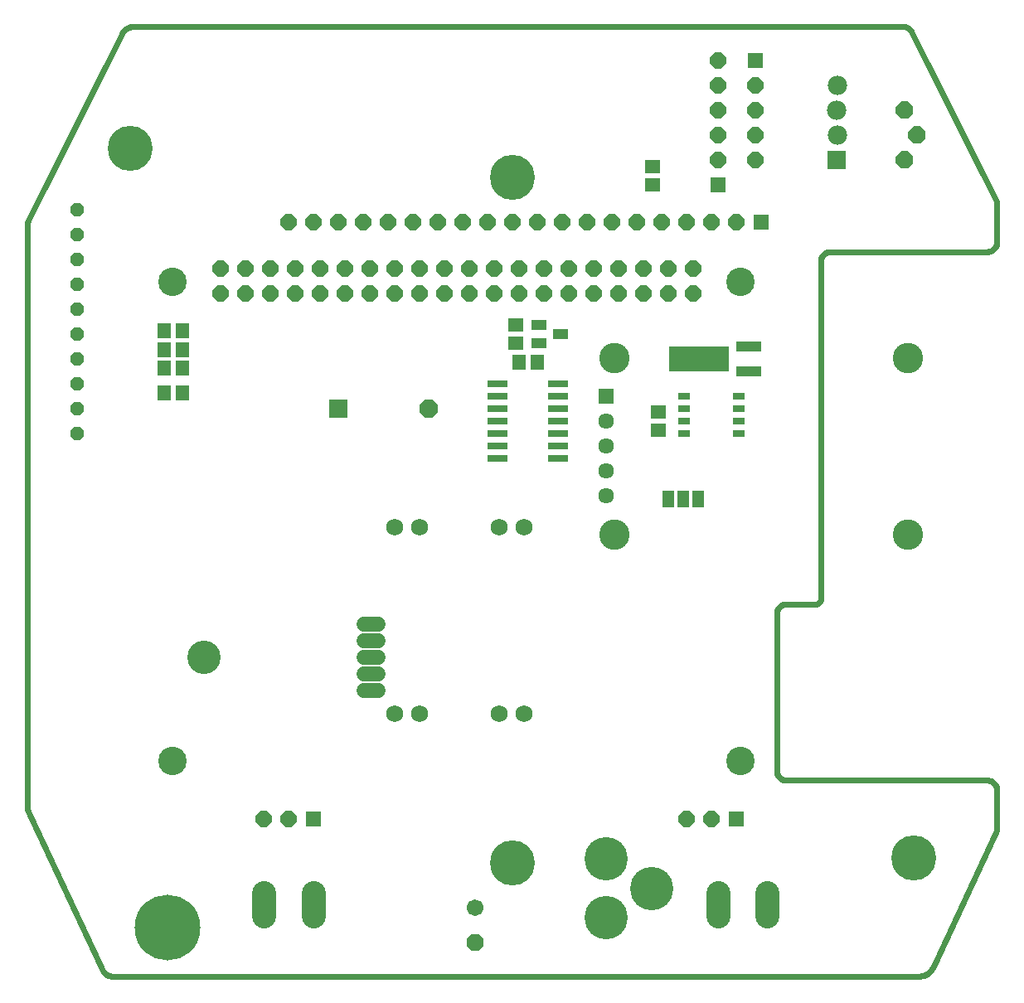
<source format=gbs>
G75*
%MOIN*%
%OFA0B0*%
%FSLAX25Y25*%
%IPPOS*%
%LPD*%
%AMOC8*
5,1,8,0,0,1.08239X$1,22.5*
%
%ADD10C,0.26400*%
%ADD11C,0.18117*%
%ADD12C,0.11424*%
%ADD13C,0.00600*%
%ADD14C,0.02400*%
%ADD15C,0.09770*%
%ADD16R,0.07800X0.07800*%
%ADD17C,0.07800*%
%ADD18C,0.17400*%
%ADD19R,0.06400X0.06400*%
%ADD20OC8,0.06400*%
%ADD21R,0.05518X0.06306*%
%ADD22OC8,0.05600*%
%ADD23R,0.06337X0.06337*%
%ADD24C,0.06337*%
%ADD25C,0.12211*%
%ADD26R,0.08400X0.03000*%
%ADD27C,0.13400*%
%ADD28C,0.05943*%
%ADD29OC8,0.06700*%
%ADD30C,0.06700*%
%ADD31OC8,0.07000*%
%ADD32R,0.05124X0.02762*%
%ADD33R,0.10243X0.04337*%
%ADD34R,0.24022X0.10243*%
%ADD35C,0.06825*%
%ADD36R,0.06306X0.05518*%
%ADD37R,0.05000X0.06700*%
%ADD38R,0.05912X0.04337*%
%ADD39R,0.07400X0.07400*%
%ADD40OC8,0.07400*%
D10*
X0070350Y0043100D03*
D11*
X0209100Y0069100D03*
X0370517Y0070978D03*
X0209100Y0344600D03*
X0055557Y0356411D03*
D12*
X0072368Y0302742D03*
X0072368Y0109828D03*
X0300714Y0109828D03*
X0300714Y0302742D03*
D13*
X0399100Y0314100D02*
X0399240Y0314102D01*
X0399380Y0314108D01*
X0399520Y0314118D01*
X0399660Y0314131D01*
X0399799Y0314149D01*
X0399938Y0314171D01*
X0400075Y0314196D01*
X0400213Y0314225D01*
X0400349Y0314258D01*
X0400484Y0314295D01*
X0400618Y0314336D01*
X0400751Y0314381D01*
X0400883Y0314429D01*
X0401013Y0314481D01*
X0401142Y0314536D01*
X0401269Y0314595D01*
X0401395Y0314658D01*
X0401519Y0314724D01*
X0401640Y0314793D01*
X0401760Y0314866D01*
X0401878Y0314943D01*
X0401993Y0315022D01*
X0402107Y0315105D01*
X0402217Y0315191D01*
X0402326Y0315280D01*
X0402432Y0315372D01*
X0402535Y0315467D01*
X0402636Y0315564D01*
X0402733Y0315665D01*
X0402828Y0315768D01*
X0402920Y0315874D01*
X0403009Y0315983D01*
X0403095Y0316093D01*
X0403178Y0316207D01*
X0403257Y0316322D01*
X0403334Y0316440D01*
X0403407Y0316560D01*
X0403476Y0316681D01*
X0403542Y0316805D01*
X0403605Y0316931D01*
X0403664Y0317058D01*
X0403719Y0317187D01*
X0403771Y0317317D01*
X0403819Y0317449D01*
X0403864Y0317582D01*
X0403905Y0317716D01*
X0403942Y0317851D01*
X0403975Y0317987D01*
X0404004Y0318125D01*
X0404029Y0318262D01*
X0404051Y0318401D01*
X0404069Y0318540D01*
X0404082Y0318680D01*
X0404092Y0318820D01*
X0404098Y0318960D01*
X0404100Y0319100D01*
X0404098Y0318960D01*
X0404092Y0318820D01*
X0404082Y0318680D01*
X0404069Y0318540D01*
X0404051Y0318401D01*
X0404029Y0318262D01*
X0404004Y0318125D01*
X0403975Y0317987D01*
X0403942Y0317851D01*
X0403905Y0317716D01*
X0403864Y0317582D01*
X0403819Y0317449D01*
X0403771Y0317317D01*
X0403719Y0317187D01*
X0403664Y0317058D01*
X0403605Y0316931D01*
X0403542Y0316805D01*
X0403476Y0316681D01*
X0403407Y0316560D01*
X0403334Y0316440D01*
X0403257Y0316322D01*
X0403178Y0316207D01*
X0403095Y0316093D01*
X0403009Y0315983D01*
X0402920Y0315874D01*
X0402828Y0315768D01*
X0402733Y0315665D01*
X0402636Y0315564D01*
X0402535Y0315467D01*
X0402432Y0315372D01*
X0402326Y0315280D01*
X0402217Y0315191D01*
X0402107Y0315105D01*
X0401993Y0315022D01*
X0401878Y0314943D01*
X0401760Y0314866D01*
X0401640Y0314793D01*
X0401519Y0314724D01*
X0401395Y0314658D01*
X0401269Y0314595D01*
X0401142Y0314536D01*
X0401013Y0314481D01*
X0400883Y0314429D01*
X0400751Y0314381D01*
X0400618Y0314336D01*
X0400484Y0314295D01*
X0400349Y0314258D01*
X0400213Y0314225D01*
X0400075Y0314196D01*
X0399938Y0314171D01*
X0399799Y0314149D01*
X0399660Y0314131D01*
X0399520Y0314118D01*
X0399380Y0314108D01*
X0399240Y0314102D01*
X0399100Y0314100D01*
D14*
X0014516Y0089509D02*
X0044508Y0025587D01*
X0044565Y0025477D01*
X0044626Y0025368D01*
X0044690Y0025262D01*
X0044758Y0025157D01*
X0044829Y0025055D01*
X0044903Y0024955D01*
X0044980Y0024857D01*
X0045061Y0024762D01*
X0045144Y0024669D01*
X0045230Y0024579D01*
X0045319Y0024492D01*
X0045411Y0024408D01*
X0045505Y0024327D01*
X0045602Y0024248D01*
X0045701Y0024173D01*
X0045803Y0024101D01*
X0045906Y0024032D01*
X0046012Y0023967D01*
X0046120Y0023905D01*
X0046230Y0023846D01*
X0046342Y0023791D01*
X0046455Y0023739D01*
X0046570Y0023691D01*
X0046687Y0023647D01*
X0046804Y0023606D01*
X0046923Y0023569D01*
X0047043Y0023536D01*
X0047164Y0023507D01*
X0047286Y0023482D01*
X0047409Y0023460D01*
X0047532Y0023442D01*
X0047656Y0023429D01*
X0047780Y0023419D01*
X0047904Y0023413D01*
X0048029Y0023411D01*
X0372655Y0023411D01*
X0377937Y0026676D02*
X0403656Y0082050D01*
X0403864Y0082931D02*
X0403864Y0098214D01*
X0403862Y0098338D01*
X0403856Y0098461D01*
X0403847Y0098585D01*
X0403833Y0098707D01*
X0403816Y0098830D01*
X0403794Y0098952D01*
X0403769Y0099073D01*
X0403740Y0099193D01*
X0403708Y0099312D01*
X0403671Y0099431D01*
X0403631Y0099548D01*
X0403588Y0099663D01*
X0403540Y0099778D01*
X0403489Y0099890D01*
X0403435Y0100001D01*
X0403377Y0100111D01*
X0403316Y0100218D01*
X0403251Y0100324D01*
X0403183Y0100427D01*
X0403112Y0100528D01*
X0403038Y0100627D01*
X0402961Y0100724D01*
X0402880Y0100818D01*
X0402797Y0100909D01*
X0402711Y0100998D01*
X0402622Y0101084D01*
X0402531Y0101167D01*
X0402437Y0101248D01*
X0402340Y0101325D01*
X0402241Y0101399D01*
X0402140Y0101470D01*
X0402037Y0101538D01*
X0401931Y0101603D01*
X0401824Y0101664D01*
X0401714Y0101722D01*
X0401603Y0101776D01*
X0401491Y0101827D01*
X0401376Y0101875D01*
X0401261Y0101918D01*
X0401144Y0101958D01*
X0401025Y0101995D01*
X0400906Y0102027D01*
X0400786Y0102056D01*
X0400665Y0102081D01*
X0400543Y0102103D01*
X0400420Y0102120D01*
X0400298Y0102134D01*
X0400174Y0102143D01*
X0400051Y0102149D01*
X0399927Y0102151D01*
X0319218Y0102151D01*
X0319094Y0102153D01*
X0318971Y0102159D01*
X0318847Y0102168D01*
X0318725Y0102182D01*
X0318602Y0102199D01*
X0318480Y0102221D01*
X0318359Y0102246D01*
X0318239Y0102275D01*
X0318120Y0102307D01*
X0318001Y0102344D01*
X0317884Y0102384D01*
X0317769Y0102427D01*
X0317654Y0102475D01*
X0317542Y0102526D01*
X0317431Y0102580D01*
X0317321Y0102638D01*
X0317214Y0102699D01*
X0317108Y0102764D01*
X0317005Y0102832D01*
X0316904Y0102903D01*
X0316805Y0102977D01*
X0316708Y0103054D01*
X0316614Y0103135D01*
X0316523Y0103218D01*
X0316434Y0103304D01*
X0316348Y0103393D01*
X0316265Y0103484D01*
X0316184Y0103578D01*
X0316107Y0103675D01*
X0316033Y0103774D01*
X0315962Y0103875D01*
X0315894Y0103978D01*
X0315829Y0104084D01*
X0315768Y0104191D01*
X0315710Y0104301D01*
X0315656Y0104412D01*
X0315605Y0104524D01*
X0315557Y0104639D01*
X0315514Y0104754D01*
X0315474Y0104871D01*
X0315437Y0104990D01*
X0315405Y0105109D01*
X0315376Y0105229D01*
X0315351Y0105350D01*
X0315329Y0105472D01*
X0315312Y0105595D01*
X0315298Y0105717D01*
X0315289Y0105841D01*
X0315283Y0105964D01*
X0315281Y0106088D01*
X0315281Y0169080D01*
X0315283Y0169204D01*
X0315289Y0169327D01*
X0315298Y0169451D01*
X0315312Y0169573D01*
X0315329Y0169696D01*
X0315351Y0169818D01*
X0315376Y0169939D01*
X0315405Y0170059D01*
X0315437Y0170178D01*
X0315474Y0170297D01*
X0315514Y0170414D01*
X0315557Y0170529D01*
X0315605Y0170644D01*
X0315656Y0170756D01*
X0315710Y0170867D01*
X0315768Y0170977D01*
X0315829Y0171084D01*
X0315894Y0171190D01*
X0315962Y0171293D01*
X0316033Y0171394D01*
X0316107Y0171493D01*
X0316184Y0171590D01*
X0316265Y0171684D01*
X0316348Y0171775D01*
X0316434Y0171864D01*
X0316523Y0171950D01*
X0316614Y0172033D01*
X0316708Y0172114D01*
X0316805Y0172191D01*
X0316904Y0172265D01*
X0317005Y0172336D01*
X0317108Y0172404D01*
X0317214Y0172469D01*
X0317321Y0172530D01*
X0317431Y0172588D01*
X0317542Y0172642D01*
X0317654Y0172693D01*
X0317769Y0172741D01*
X0317884Y0172784D01*
X0318001Y0172824D01*
X0318120Y0172861D01*
X0318239Y0172893D01*
X0318359Y0172922D01*
X0318480Y0172947D01*
X0318602Y0172969D01*
X0318725Y0172986D01*
X0318847Y0173000D01*
X0318971Y0173009D01*
X0319094Y0173015D01*
X0319218Y0173017D01*
X0331029Y0173017D01*
X0331115Y0173019D01*
X0331201Y0173024D01*
X0331286Y0173034D01*
X0331371Y0173047D01*
X0331455Y0173064D01*
X0331539Y0173084D01*
X0331621Y0173108D01*
X0331702Y0173136D01*
X0331783Y0173167D01*
X0331861Y0173201D01*
X0331938Y0173239D01*
X0332014Y0173281D01*
X0332087Y0173325D01*
X0332158Y0173373D01*
X0332228Y0173424D01*
X0332295Y0173478D01*
X0332359Y0173534D01*
X0332421Y0173594D01*
X0332481Y0173656D01*
X0332537Y0173720D01*
X0332591Y0173787D01*
X0332642Y0173857D01*
X0332690Y0173928D01*
X0332734Y0174002D01*
X0332776Y0174077D01*
X0332814Y0174154D01*
X0332848Y0174232D01*
X0332879Y0174313D01*
X0332907Y0174394D01*
X0332931Y0174476D01*
X0332951Y0174560D01*
X0332968Y0174644D01*
X0332981Y0174729D01*
X0332991Y0174814D01*
X0332996Y0174900D01*
X0332998Y0174986D01*
X0332998Y0310813D01*
X0333000Y0310937D01*
X0333006Y0311060D01*
X0333015Y0311184D01*
X0333029Y0311306D01*
X0333046Y0311429D01*
X0333068Y0311551D01*
X0333093Y0311672D01*
X0333122Y0311792D01*
X0333154Y0311911D01*
X0333191Y0312030D01*
X0333231Y0312147D01*
X0333274Y0312262D01*
X0333322Y0312377D01*
X0333373Y0312489D01*
X0333427Y0312600D01*
X0333485Y0312710D01*
X0333546Y0312817D01*
X0333611Y0312923D01*
X0333679Y0313026D01*
X0333750Y0313127D01*
X0333824Y0313226D01*
X0333901Y0313323D01*
X0333982Y0313417D01*
X0334065Y0313508D01*
X0334151Y0313597D01*
X0334240Y0313683D01*
X0334331Y0313766D01*
X0334425Y0313847D01*
X0334522Y0313924D01*
X0334621Y0313998D01*
X0334722Y0314069D01*
X0334825Y0314137D01*
X0334931Y0314202D01*
X0335038Y0314263D01*
X0335148Y0314321D01*
X0335259Y0314375D01*
X0335371Y0314426D01*
X0335486Y0314474D01*
X0335601Y0314517D01*
X0335718Y0314557D01*
X0335837Y0314594D01*
X0335956Y0314626D01*
X0336076Y0314655D01*
X0336197Y0314680D01*
X0336319Y0314702D01*
X0336442Y0314719D01*
X0336564Y0314733D01*
X0336688Y0314742D01*
X0336811Y0314748D01*
X0336935Y0314750D01*
X0399927Y0314750D01*
X0400051Y0314752D01*
X0400174Y0314758D01*
X0400298Y0314767D01*
X0400420Y0314781D01*
X0400543Y0314798D01*
X0400665Y0314820D01*
X0400786Y0314845D01*
X0400906Y0314874D01*
X0401025Y0314906D01*
X0401144Y0314943D01*
X0401261Y0314983D01*
X0401376Y0315026D01*
X0401491Y0315074D01*
X0401603Y0315125D01*
X0401714Y0315179D01*
X0401824Y0315237D01*
X0401931Y0315298D01*
X0402037Y0315363D01*
X0402140Y0315431D01*
X0402241Y0315502D01*
X0402340Y0315576D01*
X0402437Y0315653D01*
X0402531Y0315734D01*
X0402622Y0315817D01*
X0402711Y0315903D01*
X0402797Y0315992D01*
X0402880Y0316083D01*
X0402961Y0316177D01*
X0403038Y0316274D01*
X0403112Y0316373D01*
X0403183Y0316474D01*
X0403251Y0316577D01*
X0403316Y0316683D01*
X0403377Y0316790D01*
X0403435Y0316900D01*
X0403489Y0317011D01*
X0403540Y0317123D01*
X0403588Y0317238D01*
X0403631Y0317353D01*
X0403671Y0317470D01*
X0403708Y0317589D01*
X0403740Y0317708D01*
X0403769Y0317828D01*
X0403794Y0317949D01*
X0403816Y0318071D01*
X0403833Y0318194D01*
X0403847Y0318316D01*
X0403856Y0318440D01*
X0403862Y0318563D01*
X0403864Y0318687D01*
X0403864Y0333970D01*
X0403656Y0334850D02*
X0369519Y0403124D01*
X0369519Y0403125D02*
X0369462Y0403235D01*
X0369401Y0403344D01*
X0369337Y0403450D01*
X0369269Y0403555D01*
X0369198Y0403657D01*
X0369124Y0403757D01*
X0369047Y0403855D01*
X0368966Y0403950D01*
X0368883Y0404043D01*
X0368797Y0404133D01*
X0368708Y0404220D01*
X0368616Y0404304D01*
X0368522Y0404385D01*
X0368425Y0404464D01*
X0368326Y0404539D01*
X0368224Y0404611D01*
X0368121Y0404680D01*
X0368015Y0404745D01*
X0367907Y0404807D01*
X0367797Y0404866D01*
X0367685Y0404921D01*
X0367572Y0404973D01*
X0367457Y0405021D01*
X0367340Y0405065D01*
X0367223Y0405106D01*
X0367104Y0405143D01*
X0366984Y0405176D01*
X0366863Y0405205D01*
X0366741Y0405230D01*
X0366618Y0405252D01*
X0366495Y0405270D01*
X0366371Y0405283D01*
X0366247Y0405293D01*
X0366123Y0405299D01*
X0365998Y0405301D01*
X0056911Y0405301D01*
X0051931Y0402223D02*
X0014516Y0327392D01*
X0014100Y0325631D02*
X0014100Y0091270D01*
X0014102Y0091148D01*
X0014108Y0091027D01*
X0014117Y0090905D01*
X0014130Y0090784D01*
X0014147Y0090664D01*
X0014168Y0090544D01*
X0014192Y0090425D01*
X0014220Y0090306D01*
X0014251Y0090189D01*
X0014287Y0090072D01*
X0014325Y0089957D01*
X0014368Y0089843D01*
X0014414Y0089730D01*
X0014463Y0089619D01*
X0014516Y0089509D01*
X0014463Y0089619D01*
X0014414Y0089730D01*
X0014368Y0089843D01*
X0014325Y0089957D01*
X0014287Y0090072D01*
X0014251Y0090189D01*
X0014220Y0090306D01*
X0014192Y0090425D01*
X0014168Y0090544D01*
X0014147Y0090664D01*
X0014130Y0090784D01*
X0014117Y0090905D01*
X0014108Y0091027D01*
X0014102Y0091148D01*
X0014100Y0091270D01*
X0044508Y0025587D02*
X0044565Y0025477D01*
X0044626Y0025368D01*
X0044690Y0025262D01*
X0044758Y0025157D01*
X0044829Y0025055D01*
X0044903Y0024955D01*
X0044980Y0024857D01*
X0045061Y0024762D01*
X0045144Y0024669D01*
X0045230Y0024579D01*
X0045319Y0024492D01*
X0045411Y0024408D01*
X0045505Y0024327D01*
X0045602Y0024248D01*
X0045701Y0024173D01*
X0045803Y0024101D01*
X0045906Y0024032D01*
X0046012Y0023967D01*
X0046120Y0023905D01*
X0046230Y0023846D01*
X0046342Y0023791D01*
X0046455Y0023739D01*
X0046570Y0023691D01*
X0046687Y0023647D01*
X0046804Y0023606D01*
X0046923Y0023569D01*
X0047043Y0023536D01*
X0047164Y0023507D01*
X0047286Y0023482D01*
X0047409Y0023460D01*
X0047532Y0023442D01*
X0047656Y0023429D01*
X0047780Y0023419D01*
X0047904Y0023413D01*
X0048029Y0023411D01*
X0315281Y0106088D02*
X0315283Y0105964D01*
X0315289Y0105841D01*
X0315298Y0105717D01*
X0315312Y0105595D01*
X0315329Y0105472D01*
X0315351Y0105350D01*
X0315376Y0105229D01*
X0315405Y0105109D01*
X0315437Y0104990D01*
X0315474Y0104871D01*
X0315514Y0104754D01*
X0315557Y0104639D01*
X0315605Y0104524D01*
X0315656Y0104412D01*
X0315710Y0104301D01*
X0315768Y0104191D01*
X0315829Y0104084D01*
X0315894Y0103978D01*
X0315962Y0103875D01*
X0316033Y0103774D01*
X0316107Y0103675D01*
X0316184Y0103578D01*
X0316265Y0103484D01*
X0316348Y0103393D01*
X0316434Y0103304D01*
X0316523Y0103218D01*
X0316614Y0103135D01*
X0316708Y0103054D01*
X0316805Y0102977D01*
X0316904Y0102903D01*
X0317005Y0102832D01*
X0317108Y0102764D01*
X0317214Y0102699D01*
X0317321Y0102638D01*
X0317431Y0102580D01*
X0317542Y0102526D01*
X0317654Y0102475D01*
X0317769Y0102427D01*
X0317884Y0102384D01*
X0318001Y0102344D01*
X0318120Y0102307D01*
X0318239Y0102275D01*
X0318359Y0102246D01*
X0318480Y0102221D01*
X0318602Y0102199D01*
X0318725Y0102182D01*
X0318847Y0102168D01*
X0318971Y0102159D01*
X0319094Y0102153D01*
X0319218Y0102151D01*
X0315281Y0169080D02*
X0315283Y0169204D01*
X0315289Y0169327D01*
X0315298Y0169451D01*
X0315312Y0169573D01*
X0315329Y0169696D01*
X0315351Y0169818D01*
X0315376Y0169939D01*
X0315405Y0170059D01*
X0315437Y0170178D01*
X0315474Y0170297D01*
X0315514Y0170414D01*
X0315557Y0170529D01*
X0315605Y0170644D01*
X0315656Y0170756D01*
X0315710Y0170867D01*
X0315768Y0170977D01*
X0315829Y0171084D01*
X0315894Y0171190D01*
X0315962Y0171293D01*
X0316033Y0171394D01*
X0316107Y0171493D01*
X0316184Y0171590D01*
X0316265Y0171684D01*
X0316348Y0171775D01*
X0316434Y0171864D01*
X0316523Y0171950D01*
X0316614Y0172033D01*
X0316708Y0172114D01*
X0316805Y0172191D01*
X0316904Y0172265D01*
X0317005Y0172336D01*
X0317108Y0172404D01*
X0317214Y0172469D01*
X0317321Y0172530D01*
X0317431Y0172588D01*
X0317542Y0172642D01*
X0317654Y0172693D01*
X0317769Y0172741D01*
X0317884Y0172784D01*
X0318001Y0172824D01*
X0318120Y0172861D01*
X0318239Y0172893D01*
X0318359Y0172922D01*
X0318480Y0172947D01*
X0318602Y0172969D01*
X0318725Y0172986D01*
X0318847Y0173000D01*
X0318971Y0173009D01*
X0319094Y0173015D01*
X0319218Y0173017D01*
X0331029Y0173017D02*
X0331115Y0173019D01*
X0331201Y0173024D01*
X0331286Y0173034D01*
X0331371Y0173047D01*
X0331455Y0173064D01*
X0331539Y0173084D01*
X0331621Y0173108D01*
X0331702Y0173136D01*
X0331783Y0173167D01*
X0331861Y0173201D01*
X0331938Y0173239D01*
X0332014Y0173281D01*
X0332087Y0173325D01*
X0332158Y0173373D01*
X0332228Y0173424D01*
X0332295Y0173478D01*
X0332359Y0173534D01*
X0332421Y0173594D01*
X0332481Y0173656D01*
X0332537Y0173720D01*
X0332591Y0173787D01*
X0332642Y0173857D01*
X0332690Y0173928D01*
X0332734Y0174002D01*
X0332776Y0174077D01*
X0332814Y0174154D01*
X0332848Y0174232D01*
X0332879Y0174313D01*
X0332907Y0174394D01*
X0332931Y0174476D01*
X0332951Y0174560D01*
X0332968Y0174644D01*
X0332981Y0174729D01*
X0332991Y0174814D01*
X0332996Y0174900D01*
X0332998Y0174986D01*
X0399927Y0102151D02*
X0400051Y0102149D01*
X0400174Y0102143D01*
X0400298Y0102134D01*
X0400420Y0102120D01*
X0400543Y0102103D01*
X0400665Y0102081D01*
X0400786Y0102056D01*
X0400906Y0102027D01*
X0401025Y0101995D01*
X0401144Y0101958D01*
X0401261Y0101918D01*
X0401376Y0101875D01*
X0401491Y0101827D01*
X0401603Y0101776D01*
X0401714Y0101722D01*
X0401824Y0101664D01*
X0401931Y0101603D01*
X0402037Y0101538D01*
X0402140Y0101470D01*
X0402241Y0101399D01*
X0402340Y0101325D01*
X0402437Y0101248D01*
X0402531Y0101167D01*
X0402622Y0101084D01*
X0402711Y0100998D01*
X0402797Y0100909D01*
X0402880Y0100818D01*
X0402961Y0100724D01*
X0403038Y0100627D01*
X0403112Y0100528D01*
X0403183Y0100427D01*
X0403251Y0100324D01*
X0403316Y0100218D01*
X0403377Y0100111D01*
X0403435Y0100001D01*
X0403489Y0099890D01*
X0403540Y0099778D01*
X0403588Y0099663D01*
X0403631Y0099548D01*
X0403671Y0099431D01*
X0403708Y0099312D01*
X0403740Y0099193D01*
X0403769Y0099073D01*
X0403794Y0098952D01*
X0403816Y0098830D01*
X0403833Y0098707D01*
X0403847Y0098585D01*
X0403856Y0098461D01*
X0403862Y0098338D01*
X0403864Y0098214D01*
X0403864Y0082931D02*
X0403862Y0082848D01*
X0403857Y0082765D01*
X0403848Y0082683D01*
X0403836Y0082601D01*
X0403820Y0082519D01*
X0403801Y0082438D01*
X0403779Y0082358D01*
X0403753Y0082280D01*
X0403724Y0082202D01*
X0403692Y0082125D01*
X0403656Y0082050D01*
X0403692Y0082125D01*
X0403724Y0082202D01*
X0403753Y0082280D01*
X0403779Y0082358D01*
X0403801Y0082438D01*
X0403820Y0082519D01*
X0403836Y0082601D01*
X0403848Y0082683D01*
X0403857Y0082765D01*
X0403862Y0082848D01*
X0403864Y0082931D01*
X0377937Y0026676D02*
X0377868Y0026541D01*
X0377795Y0026407D01*
X0377718Y0026276D01*
X0377638Y0026147D01*
X0377555Y0026019D01*
X0377468Y0025894D01*
X0377378Y0025772D01*
X0377286Y0025651D01*
X0377190Y0025533D01*
X0377091Y0025418D01*
X0376989Y0025305D01*
X0376884Y0025195D01*
X0376777Y0025087D01*
X0376666Y0024982D01*
X0376553Y0024880D01*
X0376438Y0024782D01*
X0376320Y0024686D01*
X0376200Y0024593D01*
X0376077Y0024503D01*
X0375952Y0024417D01*
X0375824Y0024333D01*
X0375695Y0024254D01*
X0375564Y0024177D01*
X0375430Y0024104D01*
X0375295Y0024034D01*
X0375158Y0023968D01*
X0375020Y0023905D01*
X0374880Y0023846D01*
X0374738Y0023791D01*
X0374595Y0023739D01*
X0374451Y0023691D01*
X0374305Y0023646D01*
X0374159Y0023606D01*
X0374011Y0023569D01*
X0373863Y0023536D01*
X0373714Y0023507D01*
X0373564Y0023481D01*
X0373413Y0023460D01*
X0373262Y0023442D01*
X0373111Y0023429D01*
X0372959Y0023419D01*
X0372807Y0023413D01*
X0372655Y0023411D01*
X0372807Y0023413D01*
X0372959Y0023419D01*
X0373111Y0023429D01*
X0373262Y0023442D01*
X0373413Y0023460D01*
X0373564Y0023481D01*
X0373714Y0023507D01*
X0373863Y0023536D01*
X0374011Y0023569D01*
X0374159Y0023606D01*
X0374305Y0023646D01*
X0374451Y0023691D01*
X0374595Y0023739D01*
X0374738Y0023791D01*
X0374880Y0023846D01*
X0375020Y0023905D01*
X0375158Y0023968D01*
X0375295Y0024034D01*
X0375430Y0024104D01*
X0375564Y0024177D01*
X0375695Y0024254D01*
X0375824Y0024333D01*
X0375952Y0024417D01*
X0376077Y0024503D01*
X0376200Y0024593D01*
X0376320Y0024686D01*
X0376438Y0024782D01*
X0376553Y0024880D01*
X0376666Y0024982D01*
X0376777Y0025087D01*
X0376884Y0025195D01*
X0376989Y0025305D01*
X0377091Y0025418D01*
X0377190Y0025533D01*
X0377286Y0025651D01*
X0377378Y0025772D01*
X0377468Y0025894D01*
X0377555Y0026019D01*
X0377638Y0026147D01*
X0377718Y0026276D01*
X0377795Y0026407D01*
X0377868Y0026541D01*
X0377937Y0026676D01*
X0332998Y0310813D02*
X0333000Y0310937D01*
X0333006Y0311060D01*
X0333015Y0311184D01*
X0333029Y0311306D01*
X0333046Y0311429D01*
X0333068Y0311551D01*
X0333093Y0311672D01*
X0333122Y0311792D01*
X0333154Y0311911D01*
X0333191Y0312030D01*
X0333231Y0312147D01*
X0333274Y0312262D01*
X0333322Y0312377D01*
X0333373Y0312489D01*
X0333427Y0312600D01*
X0333485Y0312710D01*
X0333546Y0312817D01*
X0333611Y0312923D01*
X0333679Y0313026D01*
X0333750Y0313127D01*
X0333824Y0313226D01*
X0333901Y0313323D01*
X0333982Y0313417D01*
X0334065Y0313508D01*
X0334151Y0313597D01*
X0334240Y0313683D01*
X0334331Y0313766D01*
X0334425Y0313847D01*
X0334522Y0313924D01*
X0334621Y0313998D01*
X0334722Y0314069D01*
X0334825Y0314137D01*
X0334931Y0314202D01*
X0335038Y0314263D01*
X0335148Y0314321D01*
X0335259Y0314375D01*
X0335371Y0314426D01*
X0335486Y0314474D01*
X0335601Y0314517D01*
X0335718Y0314557D01*
X0335837Y0314594D01*
X0335956Y0314626D01*
X0336076Y0314655D01*
X0336197Y0314680D01*
X0336319Y0314702D01*
X0336442Y0314719D01*
X0336564Y0314733D01*
X0336688Y0314742D01*
X0336811Y0314748D01*
X0336935Y0314750D01*
X0399927Y0314750D02*
X0400051Y0314752D01*
X0400174Y0314758D01*
X0400298Y0314767D01*
X0400420Y0314781D01*
X0400543Y0314798D01*
X0400665Y0314820D01*
X0400786Y0314845D01*
X0400906Y0314874D01*
X0401025Y0314906D01*
X0401144Y0314943D01*
X0401261Y0314983D01*
X0401376Y0315026D01*
X0401491Y0315074D01*
X0401603Y0315125D01*
X0401714Y0315179D01*
X0401824Y0315237D01*
X0401931Y0315298D01*
X0402037Y0315363D01*
X0402140Y0315431D01*
X0402241Y0315502D01*
X0402340Y0315576D01*
X0402437Y0315653D01*
X0402531Y0315734D01*
X0402622Y0315817D01*
X0402711Y0315903D01*
X0402797Y0315992D01*
X0402880Y0316083D01*
X0402961Y0316177D01*
X0403038Y0316274D01*
X0403112Y0316373D01*
X0403183Y0316474D01*
X0403251Y0316577D01*
X0403316Y0316683D01*
X0403377Y0316790D01*
X0403435Y0316900D01*
X0403489Y0317011D01*
X0403540Y0317123D01*
X0403588Y0317238D01*
X0403631Y0317353D01*
X0403671Y0317470D01*
X0403708Y0317589D01*
X0403740Y0317708D01*
X0403769Y0317828D01*
X0403794Y0317949D01*
X0403816Y0318071D01*
X0403833Y0318194D01*
X0403847Y0318316D01*
X0403856Y0318440D01*
X0403862Y0318563D01*
X0403864Y0318687D01*
X0403864Y0333970D02*
X0403862Y0334053D01*
X0403857Y0334136D01*
X0403848Y0334218D01*
X0403836Y0334300D01*
X0403820Y0334382D01*
X0403801Y0334463D01*
X0403779Y0334543D01*
X0403753Y0334621D01*
X0403724Y0334699D01*
X0403692Y0334776D01*
X0403656Y0334851D01*
X0403692Y0334776D01*
X0403724Y0334699D01*
X0403753Y0334621D01*
X0403779Y0334543D01*
X0403801Y0334463D01*
X0403820Y0334382D01*
X0403836Y0334300D01*
X0403848Y0334218D01*
X0403857Y0334136D01*
X0403862Y0334053D01*
X0403864Y0333970D01*
X0369519Y0403125D02*
X0369462Y0403235D01*
X0369401Y0403344D01*
X0369337Y0403450D01*
X0369269Y0403555D01*
X0369198Y0403657D01*
X0369124Y0403757D01*
X0369047Y0403855D01*
X0368966Y0403950D01*
X0368883Y0404043D01*
X0368797Y0404133D01*
X0368708Y0404220D01*
X0368616Y0404304D01*
X0368522Y0404385D01*
X0368425Y0404464D01*
X0368326Y0404539D01*
X0368224Y0404611D01*
X0368121Y0404680D01*
X0368015Y0404745D01*
X0367907Y0404807D01*
X0367797Y0404866D01*
X0367685Y0404921D01*
X0367572Y0404973D01*
X0367457Y0405021D01*
X0367340Y0405065D01*
X0367223Y0405106D01*
X0367104Y0405143D01*
X0366984Y0405176D01*
X0366863Y0405205D01*
X0366741Y0405230D01*
X0366618Y0405252D01*
X0366495Y0405270D01*
X0366371Y0405283D01*
X0366247Y0405293D01*
X0366123Y0405299D01*
X0365998Y0405301D01*
X0056911Y0405301D02*
X0056764Y0405299D01*
X0056618Y0405293D01*
X0056471Y0405284D01*
X0056325Y0405270D01*
X0056179Y0405253D01*
X0056034Y0405232D01*
X0055889Y0405206D01*
X0055745Y0405178D01*
X0055602Y0405145D01*
X0055460Y0405109D01*
X0055319Y0405069D01*
X0055179Y0405025D01*
X0055040Y0404977D01*
X0054902Y0404926D01*
X0054766Y0404871D01*
X0054632Y0404813D01*
X0054498Y0404751D01*
X0054367Y0404686D01*
X0054237Y0404617D01*
X0054110Y0404545D01*
X0053984Y0404469D01*
X0053860Y0404391D01*
X0053738Y0404309D01*
X0053619Y0404223D01*
X0053501Y0404135D01*
X0053387Y0404044D01*
X0053274Y0403949D01*
X0053164Y0403852D01*
X0053057Y0403752D01*
X0052953Y0403649D01*
X0052851Y0403543D01*
X0052752Y0403435D01*
X0052656Y0403324D01*
X0052562Y0403210D01*
X0052472Y0403095D01*
X0052385Y0402976D01*
X0052301Y0402856D01*
X0052221Y0402733D01*
X0052143Y0402609D01*
X0052069Y0402482D01*
X0051998Y0402353D01*
X0051931Y0402223D01*
X0051998Y0402353D01*
X0052069Y0402482D01*
X0052143Y0402609D01*
X0052221Y0402733D01*
X0052301Y0402856D01*
X0052385Y0402976D01*
X0052472Y0403095D01*
X0052562Y0403210D01*
X0052656Y0403324D01*
X0052752Y0403435D01*
X0052851Y0403543D01*
X0052953Y0403649D01*
X0053057Y0403752D01*
X0053164Y0403852D01*
X0053274Y0403949D01*
X0053387Y0404044D01*
X0053501Y0404135D01*
X0053619Y0404223D01*
X0053738Y0404309D01*
X0053860Y0404391D01*
X0053984Y0404469D01*
X0054110Y0404545D01*
X0054237Y0404617D01*
X0054367Y0404686D01*
X0054498Y0404751D01*
X0054632Y0404813D01*
X0054766Y0404871D01*
X0054902Y0404926D01*
X0055040Y0404977D01*
X0055179Y0405025D01*
X0055319Y0405069D01*
X0055460Y0405109D01*
X0055602Y0405145D01*
X0055745Y0405178D01*
X0055889Y0405206D01*
X0056034Y0405232D01*
X0056179Y0405253D01*
X0056325Y0405270D01*
X0056471Y0405284D01*
X0056618Y0405293D01*
X0056764Y0405299D01*
X0056911Y0405301D01*
X0014516Y0327392D02*
X0014463Y0327282D01*
X0014414Y0327171D01*
X0014368Y0327058D01*
X0014325Y0326944D01*
X0014287Y0326829D01*
X0014251Y0326712D01*
X0014220Y0326595D01*
X0014192Y0326476D01*
X0014168Y0326357D01*
X0014147Y0326237D01*
X0014130Y0326117D01*
X0014117Y0325996D01*
X0014108Y0325874D01*
X0014102Y0325753D01*
X0014100Y0325631D01*
X0014102Y0325753D01*
X0014108Y0325874D01*
X0014117Y0325996D01*
X0014130Y0326117D01*
X0014147Y0326237D01*
X0014168Y0326357D01*
X0014192Y0326476D01*
X0014220Y0326595D01*
X0014251Y0326712D01*
X0014287Y0326829D01*
X0014325Y0326944D01*
X0014368Y0327058D01*
X0014414Y0327171D01*
X0014463Y0327282D01*
X0014516Y0327392D01*
D15*
X0109257Y0057013D02*
X0109257Y0047643D01*
X0128943Y0047643D02*
X0128943Y0057013D01*
X0291757Y0057013D02*
X0291757Y0047643D01*
X0311443Y0047643D02*
X0311443Y0057013D01*
D16*
X0339575Y0351575D03*
D17*
X0339625Y0361600D03*
X0339575Y0371600D03*
X0339625Y0381600D03*
D18*
X0246600Y0070537D03*
X0265104Y0058726D03*
X0246600Y0046915D03*
D19*
X0299100Y0086600D03*
X0129100Y0086600D03*
X0309100Y0326600D03*
X0291600Y0341600D03*
X0306600Y0391600D03*
D20*
X0306600Y0381600D03*
X0306600Y0371600D03*
X0306600Y0361600D03*
X0306600Y0351600D03*
X0291600Y0351600D03*
X0291600Y0361600D03*
X0291600Y0371600D03*
X0291600Y0381600D03*
X0291600Y0391600D03*
X0289100Y0326600D03*
X0299100Y0326600D03*
X0279100Y0326600D03*
X0269100Y0326600D03*
X0259100Y0326600D03*
X0249100Y0326600D03*
X0239100Y0326600D03*
X0229100Y0326600D03*
X0219100Y0326600D03*
X0209100Y0326600D03*
X0199100Y0326600D03*
X0189100Y0326600D03*
X0179100Y0326600D03*
X0169100Y0326600D03*
X0159100Y0326600D03*
X0149100Y0326600D03*
X0139100Y0326600D03*
X0129100Y0326600D03*
X0119100Y0326600D03*
X0121600Y0307850D03*
X0121600Y0297850D03*
X0131600Y0297850D03*
X0131600Y0307850D03*
X0141600Y0307850D03*
X0141600Y0297850D03*
X0151600Y0297850D03*
X0151600Y0307850D03*
X0161600Y0307850D03*
X0161600Y0297850D03*
X0171600Y0297850D03*
X0171600Y0307850D03*
X0181600Y0307850D03*
X0181600Y0297850D03*
X0191600Y0297850D03*
X0191600Y0307850D03*
X0201600Y0307850D03*
X0201600Y0297850D03*
X0211600Y0297850D03*
X0211600Y0307850D03*
X0221600Y0307850D03*
X0221600Y0297850D03*
X0231600Y0297850D03*
X0231600Y0307850D03*
X0241600Y0307850D03*
X0241600Y0297850D03*
X0251600Y0297850D03*
X0251600Y0307850D03*
X0261600Y0307850D03*
X0261600Y0297850D03*
X0271600Y0297850D03*
X0271600Y0307850D03*
X0281600Y0307850D03*
X0281600Y0297850D03*
X0111600Y0297850D03*
X0111600Y0307850D03*
X0101600Y0307850D03*
X0101600Y0297850D03*
X0091600Y0297850D03*
X0091600Y0307850D03*
X0109100Y0086600D03*
X0119100Y0086600D03*
X0279100Y0086600D03*
X0289100Y0086600D03*
D21*
X0219090Y0270350D03*
X0211610Y0270350D03*
X0076590Y0267850D03*
X0069110Y0267850D03*
X0069110Y0275350D03*
X0076590Y0275350D03*
X0076590Y0282850D03*
X0069110Y0282850D03*
X0069110Y0257850D03*
X0076590Y0257850D03*
D22*
X0034100Y0261600D03*
X0034100Y0271600D03*
X0034100Y0281600D03*
X0034100Y0291600D03*
X0034100Y0301600D03*
X0034100Y0311600D03*
X0034100Y0321600D03*
X0034100Y0331600D03*
X0034100Y0251600D03*
X0034100Y0241600D03*
D23*
X0246600Y0256600D03*
D24*
X0246600Y0246600D03*
X0246600Y0236600D03*
X0246600Y0226600D03*
X0246600Y0216600D03*
D25*
X0250100Y0201100D03*
X0250100Y0272100D03*
X0368100Y0272100D03*
X0368100Y0201100D03*
D26*
X0227450Y0231600D03*
X0227450Y0236600D03*
X0227450Y0241600D03*
X0227450Y0246600D03*
X0227450Y0251600D03*
X0227450Y0256600D03*
X0227450Y0261600D03*
X0203250Y0261600D03*
X0203250Y0256600D03*
X0203250Y0251600D03*
X0203250Y0246600D03*
X0203250Y0241600D03*
X0203250Y0236600D03*
X0203250Y0231600D03*
D27*
X0085100Y0151600D03*
D28*
X0149399Y0151600D02*
X0154943Y0151600D01*
X0154982Y0144907D02*
X0149439Y0144907D01*
X0149399Y0138214D02*
X0154943Y0138214D01*
X0154982Y0158293D02*
X0149439Y0158293D01*
X0149399Y0164986D02*
X0154943Y0164986D01*
D29*
X0194100Y0037100D03*
D30*
X0194100Y0051100D03*
D31*
X0366600Y0351600D03*
X0371600Y0361600D03*
X0366600Y0371600D03*
D32*
X0300124Y0256600D03*
X0300124Y0251600D03*
X0300124Y0246600D03*
X0300124Y0241600D03*
X0278076Y0241600D03*
X0278076Y0246600D03*
X0278076Y0251600D03*
X0278076Y0256600D03*
D33*
X0304100Y0266600D03*
X0304100Y0276600D03*
D34*
X0284100Y0271600D03*
D35*
X0213600Y0204100D03*
X0203600Y0204100D03*
X0171600Y0204100D03*
X0161600Y0204100D03*
X0161600Y0129100D03*
X0171600Y0129100D03*
X0203600Y0129100D03*
X0213600Y0129100D03*
D36*
X0267850Y0242860D03*
X0267850Y0250340D03*
X0210350Y0277860D03*
X0210350Y0285340D03*
X0265350Y0341610D03*
X0265350Y0349090D03*
D37*
X0271850Y0215350D03*
X0277850Y0215350D03*
X0283850Y0215350D03*
D38*
X0219769Y0277860D03*
X0219769Y0285340D03*
X0228431Y0281600D03*
D39*
X0139041Y0251600D03*
D40*
X0175281Y0251600D03*
M02*

</source>
